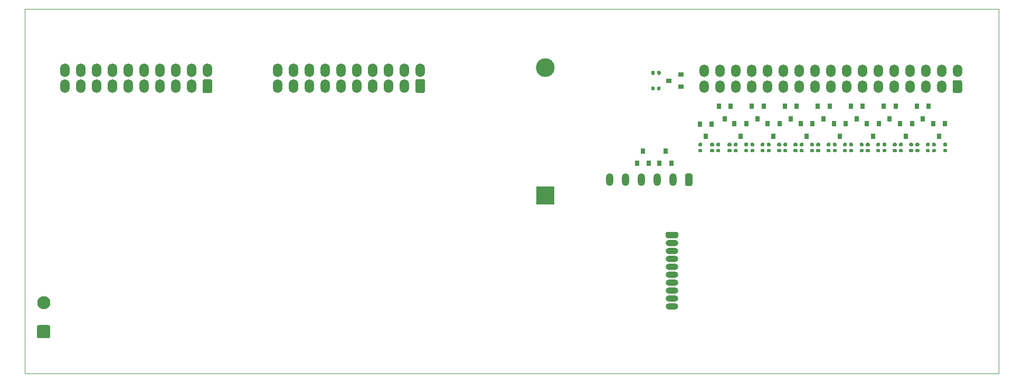
<source format=gbr>
%TF.GenerationSoftware,KiCad,Pcbnew,5.1.9-73d0e3b20d~88~ubuntu20.04.1*%
%TF.CreationDate,2021-03-03T11:33:07+04:00*%
%TF.ProjectId,main_board,6d61696e-5f62-46f6-9172-642e6b696361,rev?*%
%TF.SameCoordinates,Original*%
%TF.FileFunction,Soldermask,Bot*%
%TF.FilePolarity,Negative*%
%FSLAX46Y46*%
G04 Gerber Fmt 4.6, Leading zero omitted, Abs format (unit mm)*
G04 Created by KiCad (PCBNEW 5.1.9-73d0e3b20d~88~ubuntu20.04.1) date 2021-03-03 11:33:07*
%MOMM*%
%LPD*%
G01*
G04 APERTURE LIST*
%TA.AperFunction,Profile*%
%ADD10C,0.100000*%
%TD*%
%ADD11O,1.500000X2.000000*%
%ADD12O,2.000000X1.000000*%
%ADD13R,0.800000X0.900000*%
%ADD14R,0.900000X0.800000*%
%ADD15O,1.500000X2.200000*%
%ADD16O,1.200000X2.000000*%
%ADD17C,2.100000*%
%ADD18C,3.000000*%
%ADD19R,3.000000X3.000000*%
G04 APERTURE END LIST*
D10*
X210400000Y-29600000D02*
X54200000Y-29600000D01*
X210400000Y-29600000D02*
X210400000Y-88000000D01*
X210400000Y-88000000D02*
X54200000Y-88000000D01*
X54200000Y-29600000D02*
X54200000Y-88000000D01*
D11*
%TO.C,J8*%
X163160000Y-39460000D03*
X165700000Y-39460000D03*
X168240000Y-39460000D03*
X170780000Y-39460000D03*
X173320000Y-39460000D03*
X175860000Y-39460000D03*
X178400000Y-39460000D03*
X180940000Y-39460000D03*
X183480000Y-39460000D03*
X186020000Y-39460000D03*
X188560000Y-39460000D03*
X191100000Y-39460000D03*
X193640000Y-39460000D03*
X196180000Y-39460000D03*
X198720000Y-39460000D03*
X201260000Y-39460000D03*
X203800000Y-39460000D03*
X163160000Y-42000000D03*
X165700000Y-42000000D03*
X168240000Y-42000000D03*
X170780000Y-42000000D03*
X173320000Y-42000000D03*
X175860000Y-42000000D03*
X178400000Y-42000000D03*
X180940000Y-42000000D03*
X183480000Y-42000000D03*
X186020000Y-42000000D03*
X188560000Y-42000000D03*
X191100000Y-42000000D03*
X193640000Y-42000000D03*
X196180000Y-42000000D03*
X198720000Y-42000000D03*
X201260000Y-42000000D03*
G36*
G01*
X204329500Y-43000000D02*
X203270500Y-43000000D01*
G75*
G02*
X203050000Y-42779500I0J220500D01*
G01*
X203050000Y-41220500D01*
G75*
G02*
X203270500Y-41000000I220500J0D01*
G01*
X204329500Y-41000000D01*
G75*
G02*
X204550000Y-41220500I0J-220500D01*
G01*
X204550000Y-42779500D01*
G75*
G02*
X204329500Y-43000000I-220500J0D01*
G01*
G37*
%TD*%
D12*
%TO.C,J11*%
X158020000Y-77212000D03*
X158020000Y-75942000D03*
X158020000Y-74672000D03*
X158020000Y-73402000D03*
X158020000Y-72132000D03*
X158020000Y-70862000D03*
X158020000Y-69592000D03*
X158020000Y-68322000D03*
X158020000Y-67052000D03*
G36*
G01*
X157270000Y-65282000D02*
X158770000Y-65282000D01*
G75*
G02*
X159020000Y-65532000I0J-250000D01*
G01*
X159020000Y-66032000D01*
G75*
G02*
X158770000Y-66282000I-250000J0D01*
G01*
X157270000Y-66282000D01*
G75*
G02*
X157020000Y-66032000I0J250000D01*
G01*
X157020000Y-65532000D01*
G75*
G02*
X157270000Y-65282000I250000J0D01*
G01*
G37*
%TD*%
D13*
%TO.C,D23*%
X200880000Y-49940000D03*
X201830000Y-47940000D03*
X199930000Y-47940000D03*
%TD*%
%TO.C,D22*%
X198220000Y-47170000D03*
X199170000Y-45170000D03*
X197270000Y-45170000D03*
%TD*%
%TO.C,D21*%
X195566665Y-49940000D03*
X196516665Y-47940000D03*
X194616665Y-47940000D03*
%TD*%
%TO.C,D20*%
X192930000Y-47170000D03*
X193880000Y-45170000D03*
X191980000Y-45170000D03*
%TD*%
%TO.C,D19*%
X190253332Y-49940000D03*
X191203332Y-47940000D03*
X189303332Y-47940000D03*
%TD*%
%TO.C,D18*%
X187640000Y-47170000D03*
X188590000Y-45170000D03*
X186690000Y-45170000D03*
%TD*%
%TO.C,D17*%
X184939999Y-49940000D03*
X185889999Y-47940000D03*
X183989999Y-47940000D03*
%TD*%
%TO.C,D16*%
X182350000Y-47170000D03*
X183300000Y-45170000D03*
X181400000Y-45170000D03*
%TD*%
%TO.C,D15*%
X179626666Y-49940000D03*
X180576666Y-47940000D03*
X178676666Y-47940000D03*
%TD*%
%TO.C,D14*%
X177060000Y-47170000D03*
X178010000Y-45170000D03*
X176110000Y-45170000D03*
%TD*%
%TO.C,D13*%
X174313333Y-49940000D03*
X175263333Y-47940000D03*
X173363333Y-47940000D03*
%TD*%
%TO.C,D12*%
X171770000Y-47170000D03*
X172720000Y-45170000D03*
X170820000Y-45170000D03*
%TD*%
%TO.C,D11*%
X169000000Y-49940000D03*
X169950000Y-47940000D03*
X168050000Y-47940000D03*
%TD*%
%TO.C,D10*%
X166480000Y-47170000D03*
X167430000Y-45170000D03*
X165530000Y-45170000D03*
%TD*%
%TO.C,D9*%
X163420000Y-50010000D03*
X164370000Y-48010000D03*
X162470000Y-48010000D03*
%TD*%
D14*
%TO.C,D8*%
X157480000Y-41060000D03*
X159480000Y-42010000D03*
X159480000Y-40110000D03*
%TD*%
%TO.C,C55*%
G36*
G01*
X201660000Y-51980000D02*
X202000000Y-51980000D01*
G75*
G02*
X202140000Y-52120000I0J-140000D01*
G01*
X202140000Y-52400000D01*
G75*
G02*
X202000000Y-52540000I-140000J0D01*
G01*
X201660000Y-52540000D01*
G75*
G02*
X201520000Y-52400000I0J140000D01*
G01*
X201520000Y-52120000D01*
G75*
G02*
X201660000Y-51980000I140000J0D01*
G01*
G37*
G36*
G01*
X201660000Y-51020000D02*
X202000000Y-51020000D01*
G75*
G02*
X202140000Y-51160000I0J-140000D01*
G01*
X202140000Y-51440000D01*
G75*
G02*
X202000000Y-51580000I-140000J0D01*
G01*
X201660000Y-51580000D01*
G75*
G02*
X201520000Y-51440000I0J140000D01*
G01*
X201520000Y-51160000D01*
G75*
G02*
X201660000Y-51020000I140000J0D01*
G01*
G37*
%TD*%
%TO.C,C54*%
G36*
G01*
X199870000Y-51990000D02*
X200210000Y-51990000D01*
G75*
G02*
X200350000Y-52130000I0J-140000D01*
G01*
X200350000Y-52410000D01*
G75*
G02*
X200210000Y-52550000I-140000J0D01*
G01*
X199870000Y-52550000D01*
G75*
G02*
X199730000Y-52410000I0J140000D01*
G01*
X199730000Y-52130000D01*
G75*
G02*
X199870000Y-51990000I140000J0D01*
G01*
G37*
G36*
G01*
X199870000Y-51030000D02*
X200210000Y-51030000D01*
G75*
G02*
X200350000Y-51170000I0J-140000D01*
G01*
X200350000Y-51450000D01*
G75*
G02*
X200210000Y-51590000I-140000J0D01*
G01*
X199870000Y-51590000D01*
G75*
G02*
X199730000Y-51450000I0J140000D01*
G01*
X199730000Y-51170000D01*
G75*
G02*
X199870000Y-51030000I140000J0D01*
G01*
G37*
%TD*%
%TO.C,C53*%
G36*
G01*
X198890000Y-51990000D02*
X199230000Y-51990000D01*
G75*
G02*
X199370000Y-52130000I0J-140000D01*
G01*
X199370000Y-52410000D01*
G75*
G02*
X199230000Y-52550000I-140000J0D01*
G01*
X198890000Y-52550000D01*
G75*
G02*
X198750000Y-52410000I0J140000D01*
G01*
X198750000Y-52130000D01*
G75*
G02*
X198890000Y-51990000I140000J0D01*
G01*
G37*
G36*
G01*
X198890000Y-51030000D02*
X199230000Y-51030000D01*
G75*
G02*
X199370000Y-51170000I0J-140000D01*
G01*
X199370000Y-51450000D01*
G75*
G02*
X199230000Y-51590000I-140000J0D01*
G01*
X198890000Y-51590000D01*
G75*
G02*
X198750000Y-51450000I0J140000D01*
G01*
X198750000Y-51170000D01*
G75*
G02*
X198890000Y-51030000I140000J0D01*
G01*
G37*
%TD*%
%TO.C,C52*%
G36*
G01*
X197210000Y-51990000D02*
X197550000Y-51990000D01*
G75*
G02*
X197690000Y-52130000I0J-140000D01*
G01*
X197690000Y-52410000D01*
G75*
G02*
X197550000Y-52550000I-140000J0D01*
G01*
X197210000Y-52550000D01*
G75*
G02*
X197070000Y-52410000I0J140000D01*
G01*
X197070000Y-52130000D01*
G75*
G02*
X197210000Y-51990000I140000J0D01*
G01*
G37*
G36*
G01*
X197210000Y-51030000D02*
X197550000Y-51030000D01*
G75*
G02*
X197690000Y-51170000I0J-140000D01*
G01*
X197690000Y-51450000D01*
G75*
G02*
X197550000Y-51590000I-140000J0D01*
G01*
X197210000Y-51590000D01*
G75*
G02*
X197070000Y-51450000I0J140000D01*
G01*
X197070000Y-51170000D01*
G75*
G02*
X197210000Y-51030000I140000J0D01*
G01*
G37*
%TD*%
%TO.C,C51*%
G36*
G01*
X196220000Y-51990000D02*
X196560000Y-51990000D01*
G75*
G02*
X196700000Y-52130000I0J-140000D01*
G01*
X196700000Y-52410000D01*
G75*
G02*
X196560000Y-52550000I-140000J0D01*
G01*
X196220000Y-52550000D01*
G75*
G02*
X196080000Y-52410000I0J140000D01*
G01*
X196080000Y-52130000D01*
G75*
G02*
X196220000Y-51990000I140000J0D01*
G01*
G37*
G36*
G01*
X196220000Y-51030000D02*
X196560000Y-51030000D01*
G75*
G02*
X196700000Y-51170000I0J-140000D01*
G01*
X196700000Y-51450000D01*
G75*
G02*
X196560000Y-51590000I-140000J0D01*
G01*
X196220000Y-51590000D01*
G75*
G02*
X196080000Y-51450000I0J140000D01*
G01*
X196080000Y-51170000D01*
G75*
G02*
X196220000Y-51030000I140000J0D01*
G01*
G37*
%TD*%
%TO.C,C50*%
G36*
G01*
X194580000Y-51990000D02*
X194920000Y-51990000D01*
G75*
G02*
X195060000Y-52130000I0J-140000D01*
G01*
X195060000Y-52410000D01*
G75*
G02*
X194920000Y-52550000I-140000J0D01*
G01*
X194580000Y-52550000D01*
G75*
G02*
X194440000Y-52410000I0J140000D01*
G01*
X194440000Y-52130000D01*
G75*
G02*
X194580000Y-51990000I140000J0D01*
G01*
G37*
G36*
G01*
X194580000Y-51030000D02*
X194920000Y-51030000D01*
G75*
G02*
X195060000Y-51170000I0J-140000D01*
G01*
X195060000Y-51450000D01*
G75*
G02*
X194920000Y-51590000I-140000J0D01*
G01*
X194580000Y-51590000D01*
G75*
G02*
X194440000Y-51450000I0J140000D01*
G01*
X194440000Y-51170000D01*
G75*
G02*
X194580000Y-51030000I140000J0D01*
G01*
G37*
%TD*%
%TO.C,C49*%
G36*
G01*
X193590000Y-51990000D02*
X193930000Y-51990000D01*
G75*
G02*
X194070000Y-52130000I0J-140000D01*
G01*
X194070000Y-52410000D01*
G75*
G02*
X193930000Y-52550000I-140000J0D01*
G01*
X193590000Y-52550000D01*
G75*
G02*
X193450000Y-52410000I0J140000D01*
G01*
X193450000Y-52130000D01*
G75*
G02*
X193590000Y-51990000I140000J0D01*
G01*
G37*
G36*
G01*
X193590000Y-51030000D02*
X193930000Y-51030000D01*
G75*
G02*
X194070000Y-51170000I0J-140000D01*
G01*
X194070000Y-51450000D01*
G75*
G02*
X193930000Y-51590000I-140000J0D01*
G01*
X193590000Y-51590000D01*
G75*
G02*
X193450000Y-51450000I0J140000D01*
G01*
X193450000Y-51170000D01*
G75*
G02*
X193590000Y-51030000I140000J0D01*
G01*
G37*
%TD*%
%TO.C,C48*%
G36*
G01*
X191930000Y-51990000D02*
X192270000Y-51990000D01*
G75*
G02*
X192410000Y-52130000I0J-140000D01*
G01*
X192410000Y-52410000D01*
G75*
G02*
X192270000Y-52550000I-140000J0D01*
G01*
X191930000Y-52550000D01*
G75*
G02*
X191790000Y-52410000I0J140000D01*
G01*
X191790000Y-52130000D01*
G75*
G02*
X191930000Y-51990000I140000J0D01*
G01*
G37*
G36*
G01*
X191930000Y-51030000D02*
X192270000Y-51030000D01*
G75*
G02*
X192410000Y-51170000I0J-140000D01*
G01*
X192410000Y-51450000D01*
G75*
G02*
X192270000Y-51590000I-140000J0D01*
G01*
X191930000Y-51590000D01*
G75*
G02*
X191790000Y-51450000I0J140000D01*
G01*
X191790000Y-51170000D01*
G75*
G02*
X191930000Y-51030000I140000J0D01*
G01*
G37*
%TD*%
%TO.C,C47*%
G36*
G01*
X190940000Y-51990000D02*
X191280000Y-51990000D01*
G75*
G02*
X191420000Y-52130000I0J-140000D01*
G01*
X191420000Y-52410000D01*
G75*
G02*
X191280000Y-52550000I-140000J0D01*
G01*
X190940000Y-52550000D01*
G75*
G02*
X190800000Y-52410000I0J140000D01*
G01*
X190800000Y-52130000D01*
G75*
G02*
X190940000Y-51990000I140000J0D01*
G01*
G37*
G36*
G01*
X190940000Y-51030000D02*
X191280000Y-51030000D01*
G75*
G02*
X191420000Y-51170000I0J-140000D01*
G01*
X191420000Y-51450000D01*
G75*
G02*
X191280000Y-51590000I-140000J0D01*
G01*
X190940000Y-51590000D01*
G75*
G02*
X190800000Y-51450000I0J140000D01*
G01*
X190800000Y-51170000D01*
G75*
G02*
X190940000Y-51030000I140000J0D01*
G01*
G37*
%TD*%
%TO.C,C46*%
G36*
G01*
X189260000Y-51990000D02*
X189600000Y-51990000D01*
G75*
G02*
X189740000Y-52130000I0J-140000D01*
G01*
X189740000Y-52410000D01*
G75*
G02*
X189600000Y-52550000I-140000J0D01*
G01*
X189260000Y-52550000D01*
G75*
G02*
X189120000Y-52410000I0J140000D01*
G01*
X189120000Y-52130000D01*
G75*
G02*
X189260000Y-51990000I140000J0D01*
G01*
G37*
G36*
G01*
X189260000Y-51030000D02*
X189600000Y-51030000D01*
G75*
G02*
X189740000Y-51170000I0J-140000D01*
G01*
X189740000Y-51450000D01*
G75*
G02*
X189600000Y-51590000I-140000J0D01*
G01*
X189260000Y-51590000D01*
G75*
G02*
X189120000Y-51450000I0J140000D01*
G01*
X189120000Y-51170000D01*
G75*
G02*
X189260000Y-51030000I140000J0D01*
G01*
G37*
%TD*%
%TO.C,C45*%
G36*
G01*
X188280000Y-51990000D02*
X188620000Y-51990000D01*
G75*
G02*
X188760000Y-52130000I0J-140000D01*
G01*
X188760000Y-52410000D01*
G75*
G02*
X188620000Y-52550000I-140000J0D01*
G01*
X188280000Y-52550000D01*
G75*
G02*
X188140000Y-52410000I0J140000D01*
G01*
X188140000Y-52130000D01*
G75*
G02*
X188280000Y-51990000I140000J0D01*
G01*
G37*
G36*
G01*
X188280000Y-51030000D02*
X188620000Y-51030000D01*
G75*
G02*
X188760000Y-51170000I0J-140000D01*
G01*
X188760000Y-51450000D01*
G75*
G02*
X188620000Y-51590000I-140000J0D01*
G01*
X188280000Y-51590000D01*
G75*
G02*
X188140000Y-51450000I0J140000D01*
G01*
X188140000Y-51170000D01*
G75*
G02*
X188280000Y-51030000I140000J0D01*
G01*
G37*
%TD*%
%TO.C,C44*%
G36*
G01*
X186590000Y-51990000D02*
X186930000Y-51990000D01*
G75*
G02*
X187070000Y-52130000I0J-140000D01*
G01*
X187070000Y-52410000D01*
G75*
G02*
X186930000Y-52550000I-140000J0D01*
G01*
X186590000Y-52550000D01*
G75*
G02*
X186450000Y-52410000I0J140000D01*
G01*
X186450000Y-52130000D01*
G75*
G02*
X186590000Y-51990000I140000J0D01*
G01*
G37*
G36*
G01*
X186590000Y-51030000D02*
X186930000Y-51030000D01*
G75*
G02*
X187070000Y-51170000I0J-140000D01*
G01*
X187070000Y-51450000D01*
G75*
G02*
X186930000Y-51590000I-140000J0D01*
G01*
X186590000Y-51590000D01*
G75*
G02*
X186450000Y-51450000I0J140000D01*
G01*
X186450000Y-51170000D01*
G75*
G02*
X186590000Y-51030000I140000J0D01*
G01*
G37*
%TD*%
%TO.C,C43*%
G36*
G01*
X185600000Y-51990000D02*
X185940000Y-51990000D01*
G75*
G02*
X186080000Y-52130000I0J-140000D01*
G01*
X186080000Y-52410000D01*
G75*
G02*
X185940000Y-52550000I-140000J0D01*
G01*
X185600000Y-52550000D01*
G75*
G02*
X185460000Y-52410000I0J140000D01*
G01*
X185460000Y-52130000D01*
G75*
G02*
X185600000Y-51990000I140000J0D01*
G01*
G37*
G36*
G01*
X185600000Y-51030000D02*
X185940000Y-51030000D01*
G75*
G02*
X186080000Y-51170000I0J-140000D01*
G01*
X186080000Y-51450000D01*
G75*
G02*
X185940000Y-51590000I-140000J0D01*
G01*
X185600000Y-51590000D01*
G75*
G02*
X185460000Y-51450000I0J140000D01*
G01*
X185460000Y-51170000D01*
G75*
G02*
X185600000Y-51030000I140000J0D01*
G01*
G37*
%TD*%
%TO.C,C42*%
G36*
G01*
X183970000Y-51990000D02*
X184310000Y-51990000D01*
G75*
G02*
X184450000Y-52130000I0J-140000D01*
G01*
X184450000Y-52410000D01*
G75*
G02*
X184310000Y-52550000I-140000J0D01*
G01*
X183970000Y-52550000D01*
G75*
G02*
X183830000Y-52410000I0J140000D01*
G01*
X183830000Y-52130000D01*
G75*
G02*
X183970000Y-51990000I140000J0D01*
G01*
G37*
G36*
G01*
X183970000Y-51030000D02*
X184310000Y-51030000D01*
G75*
G02*
X184450000Y-51170000I0J-140000D01*
G01*
X184450000Y-51450000D01*
G75*
G02*
X184310000Y-51590000I-140000J0D01*
G01*
X183970000Y-51590000D01*
G75*
G02*
X183830000Y-51450000I0J140000D01*
G01*
X183830000Y-51170000D01*
G75*
G02*
X183970000Y-51030000I140000J0D01*
G01*
G37*
%TD*%
%TO.C,C41*%
G36*
G01*
X182980000Y-51990000D02*
X183320000Y-51990000D01*
G75*
G02*
X183460000Y-52130000I0J-140000D01*
G01*
X183460000Y-52410000D01*
G75*
G02*
X183320000Y-52550000I-140000J0D01*
G01*
X182980000Y-52550000D01*
G75*
G02*
X182840000Y-52410000I0J140000D01*
G01*
X182840000Y-52130000D01*
G75*
G02*
X182980000Y-51990000I140000J0D01*
G01*
G37*
G36*
G01*
X182980000Y-51030000D02*
X183320000Y-51030000D01*
G75*
G02*
X183460000Y-51170000I0J-140000D01*
G01*
X183460000Y-51450000D01*
G75*
G02*
X183320000Y-51590000I-140000J0D01*
G01*
X182980000Y-51590000D01*
G75*
G02*
X182840000Y-51450000I0J140000D01*
G01*
X182840000Y-51170000D01*
G75*
G02*
X182980000Y-51030000I140000J0D01*
G01*
G37*
%TD*%
%TO.C,C40*%
G36*
G01*
X181310000Y-51990000D02*
X181650000Y-51990000D01*
G75*
G02*
X181790000Y-52130000I0J-140000D01*
G01*
X181790000Y-52410000D01*
G75*
G02*
X181650000Y-52550000I-140000J0D01*
G01*
X181310000Y-52550000D01*
G75*
G02*
X181170000Y-52410000I0J140000D01*
G01*
X181170000Y-52130000D01*
G75*
G02*
X181310000Y-51990000I140000J0D01*
G01*
G37*
G36*
G01*
X181310000Y-51030000D02*
X181650000Y-51030000D01*
G75*
G02*
X181790000Y-51170000I0J-140000D01*
G01*
X181790000Y-51450000D01*
G75*
G02*
X181650000Y-51590000I-140000J0D01*
G01*
X181310000Y-51590000D01*
G75*
G02*
X181170000Y-51450000I0J140000D01*
G01*
X181170000Y-51170000D01*
G75*
G02*
X181310000Y-51030000I140000J0D01*
G01*
G37*
%TD*%
%TO.C,C39*%
G36*
G01*
X180310000Y-51990000D02*
X180650000Y-51990000D01*
G75*
G02*
X180790000Y-52130000I0J-140000D01*
G01*
X180790000Y-52410000D01*
G75*
G02*
X180650000Y-52550000I-140000J0D01*
G01*
X180310000Y-52550000D01*
G75*
G02*
X180170000Y-52410000I0J140000D01*
G01*
X180170000Y-52130000D01*
G75*
G02*
X180310000Y-51990000I140000J0D01*
G01*
G37*
G36*
G01*
X180310000Y-51030000D02*
X180650000Y-51030000D01*
G75*
G02*
X180790000Y-51170000I0J-140000D01*
G01*
X180790000Y-51450000D01*
G75*
G02*
X180650000Y-51590000I-140000J0D01*
G01*
X180310000Y-51590000D01*
G75*
G02*
X180170000Y-51450000I0J140000D01*
G01*
X180170000Y-51170000D01*
G75*
G02*
X180310000Y-51030000I140000J0D01*
G01*
G37*
%TD*%
%TO.C,C38*%
G36*
G01*
X178660000Y-51990000D02*
X179000000Y-51990000D01*
G75*
G02*
X179140000Y-52130000I0J-140000D01*
G01*
X179140000Y-52410000D01*
G75*
G02*
X179000000Y-52550000I-140000J0D01*
G01*
X178660000Y-52550000D01*
G75*
G02*
X178520000Y-52410000I0J140000D01*
G01*
X178520000Y-52130000D01*
G75*
G02*
X178660000Y-51990000I140000J0D01*
G01*
G37*
G36*
G01*
X178660000Y-51030000D02*
X179000000Y-51030000D01*
G75*
G02*
X179140000Y-51170000I0J-140000D01*
G01*
X179140000Y-51450000D01*
G75*
G02*
X179000000Y-51590000I-140000J0D01*
G01*
X178660000Y-51590000D01*
G75*
G02*
X178520000Y-51450000I0J140000D01*
G01*
X178520000Y-51170000D01*
G75*
G02*
X178660000Y-51030000I140000J0D01*
G01*
G37*
%TD*%
%TO.C,C37*%
G36*
G01*
X177670000Y-51990000D02*
X178010000Y-51990000D01*
G75*
G02*
X178150000Y-52130000I0J-140000D01*
G01*
X178150000Y-52410000D01*
G75*
G02*
X178010000Y-52550000I-140000J0D01*
G01*
X177670000Y-52550000D01*
G75*
G02*
X177530000Y-52410000I0J140000D01*
G01*
X177530000Y-52130000D01*
G75*
G02*
X177670000Y-51990000I140000J0D01*
G01*
G37*
G36*
G01*
X177670000Y-51030000D02*
X178010000Y-51030000D01*
G75*
G02*
X178150000Y-51170000I0J-140000D01*
G01*
X178150000Y-51450000D01*
G75*
G02*
X178010000Y-51590000I-140000J0D01*
G01*
X177670000Y-51590000D01*
G75*
G02*
X177530000Y-51450000I0J140000D01*
G01*
X177530000Y-51170000D01*
G75*
G02*
X177670000Y-51030000I140000J0D01*
G01*
G37*
%TD*%
%TO.C,C36*%
G36*
G01*
X176030000Y-51990000D02*
X176370000Y-51990000D01*
G75*
G02*
X176510000Y-52130000I0J-140000D01*
G01*
X176510000Y-52410000D01*
G75*
G02*
X176370000Y-52550000I-140000J0D01*
G01*
X176030000Y-52550000D01*
G75*
G02*
X175890000Y-52410000I0J140000D01*
G01*
X175890000Y-52130000D01*
G75*
G02*
X176030000Y-51990000I140000J0D01*
G01*
G37*
G36*
G01*
X176030000Y-51030000D02*
X176370000Y-51030000D01*
G75*
G02*
X176510000Y-51170000I0J-140000D01*
G01*
X176510000Y-51450000D01*
G75*
G02*
X176370000Y-51590000I-140000J0D01*
G01*
X176030000Y-51590000D01*
G75*
G02*
X175890000Y-51450000I0J140000D01*
G01*
X175890000Y-51170000D01*
G75*
G02*
X176030000Y-51030000I140000J0D01*
G01*
G37*
%TD*%
%TO.C,C35*%
G36*
G01*
X175040000Y-51990000D02*
X175380000Y-51990000D01*
G75*
G02*
X175520000Y-52130000I0J-140000D01*
G01*
X175520000Y-52410000D01*
G75*
G02*
X175380000Y-52550000I-140000J0D01*
G01*
X175040000Y-52550000D01*
G75*
G02*
X174900000Y-52410000I0J140000D01*
G01*
X174900000Y-52130000D01*
G75*
G02*
X175040000Y-51990000I140000J0D01*
G01*
G37*
G36*
G01*
X175040000Y-51030000D02*
X175380000Y-51030000D01*
G75*
G02*
X175520000Y-51170000I0J-140000D01*
G01*
X175520000Y-51450000D01*
G75*
G02*
X175380000Y-51590000I-140000J0D01*
G01*
X175040000Y-51590000D01*
G75*
G02*
X174900000Y-51450000I0J140000D01*
G01*
X174900000Y-51170000D01*
G75*
G02*
X175040000Y-51030000I140000J0D01*
G01*
G37*
%TD*%
%TO.C,C34*%
G36*
G01*
X173370000Y-51990000D02*
X173710000Y-51990000D01*
G75*
G02*
X173850000Y-52130000I0J-140000D01*
G01*
X173850000Y-52410000D01*
G75*
G02*
X173710000Y-52550000I-140000J0D01*
G01*
X173370000Y-52550000D01*
G75*
G02*
X173230000Y-52410000I0J140000D01*
G01*
X173230000Y-52130000D01*
G75*
G02*
X173370000Y-51990000I140000J0D01*
G01*
G37*
G36*
G01*
X173370000Y-51030000D02*
X173710000Y-51030000D01*
G75*
G02*
X173850000Y-51170000I0J-140000D01*
G01*
X173850000Y-51450000D01*
G75*
G02*
X173710000Y-51590000I-140000J0D01*
G01*
X173370000Y-51590000D01*
G75*
G02*
X173230000Y-51450000I0J140000D01*
G01*
X173230000Y-51170000D01*
G75*
G02*
X173370000Y-51030000I140000J0D01*
G01*
G37*
%TD*%
%TO.C,C33*%
G36*
G01*
X172380000Y-51990000D02*
X172720000Y-51990000D01*
G75*
G02*
X172860000Y-52130000I0J-140000D01*
G01*
X172860000Y-52410000D01*
G75*
G02*
X172720000Y-52550000I-140000J0D01*
G01*
X172380000Y-52550000D01*
G75*
G02*
X172240000Y-52410000I0J140000D01*
G01*
X172240000Y-52130000D01*
G75*
G02*
X172380000Y-51990000I140000J0D01*
G01*
G37*
G36*
G01*
X172380000Y-51030000D02*
X172720000Y-51030000D01*
G75*
G02*
X172860000Y-51170000I0J-140000D01*
G01*
X172860000Y-51450000D01*
G75*
G02*
X172720000Y-51590000I-140000J0D01*
G01*
X172380000Y-51590000D01*
G75*
G02*
X172240000Y-51450000I0J140000D01*
G01*
X172240000Y-51170000D01*
G75*
G02*
X172380000Y-51030000I140000J0D01*
G01*
G37*
%TD*%
%TO.C,C32*%
G36*
G01*
X170740000Y-51990000D02*
X171080000Y-51990000D01*
G75*
G02*
X171220000Y-52130000I0J-140000D01*
G01*
X171220000Y-52410000D01*
G75*
G02*
X171080000Y-52550000I-140000J0D01*
G01*
X170740000Y-52550000D01*
G75*
G02*
X170600000Y-52410000I0J140000D01*
G01*
X170600000Y-52130000D01*
G75*
G02*
X170740000Y-51990000I140000J0D01*
G01*
G37*
G36*
G01*
X170740000Y-51030000D02*
X171080000Y-51030000D01*
G75*
G02*
X171220000Y-51170000I0J-140000D01*
G01*
X171220000Y-51450000D01*
G75*
G02*
X171080000Y-51590000I-140000J0D01*
G01*
X170740000Y-51590000D01*
G75*
G02*
X170600000Y-51450000I0J140000D01*
G01*
X170600000Y-51170000D01*
G75*
G02*
X170740000Y-51030000I140000J0D01*
G01*
G37*
%TD*%
%TO.C,C31*%
G36*
G01*
X169750000Y-51990000D02*
X170090000Y-51990000D01*
G75*
G02*
X170230000Y-52130000I0J-140000D01*
G01*
X170230000Y-52410000D01*
G75*
G02*
X170090000Y-52550000I-140000J0D01*
G01*
X169750000Y-52550000D01*
G75*
G02*
X169610000Y-52410000I0J140000D01*
G01*
X169610000Y-52130000D01*
G75*
G02*
X169750000Y-51990000I140000J0D01*
G01*
G37*
G36*
G01*
X169750000Y-51030000D02*
X170090000Y-51030000D01*
G75*
G02*
X170230000Y-51170000I0J-140000D01*
G01*
X170230000Y-51450000D01*
G75*
G02*
X170090000Y-51590000I-140000J0D01*
G01*
X169750000Y-51590000D01*
G75*
G02*
X169610000Y-51450000I0J140000D01*
G01*
X169610000Y-51170000D01*
G75*
G02*
X169750000Y-51030000I140000J0D01*
G01*
G37*
%TD*%
%TO.C,C30*%
G36*
G01*
X168070000Y-51990000D02*
X168410000Y-51990000D01*
G75*
G02*
X168550000Y-52130000I0J-140000D01*
G01*
X168550000Y-52410000D01*
G75*
G02*
X168410000Y-52550000I-140000J0D01*
G01*
X168070000Y-52550000D01*
G75*
G02*
X167930000Y-52410000I0J140000D01*
G01*
X167930000Y-52130000D01*
G75*
G02*
X168070000Y-51990000I140000J0D01*
G01*
G37*
G36*
G01*
X168070000Y-51030000D02*
X168410000Y-51030000D01*
G75*
G02*
X168550000Y-51170000I0J-140000D01*
G01*
X168550000Y-51450000D01*
G75*
G02*
X168410000Y-51590000I-140000J0D01*
G01*
X168070000Y-51590000D01*
G75*
G02*
X167930000Y-51450000I0J140000D01*
G01*
X167930000Y-51170000D01*
G75*
G02*
X168070000Y-51030000I140000J0D01*
G01*
G37*
%TD*%
%TO.C,C29*%
G36*
G01*
X167080000Y-51990000D02*
X167420000Y-51990000D01*
G75*
G02*
X167560000Y-52130000I0J-140000D01*
G01*
X167560000Y-52410000D01*
G75*
G02*
X167420000Y-52550000I-140000J0D01*
G01*
X167080000Y-52550000D01*
G75*
G02*
X166940000Y-52410000I0J140000D01*
G01*
X166940000Y-52130000D01*
G75*
G02*
X167080000Y-51990000I140000J0D01*
G01*
G37*
G36*
G01*
X167080000Y-51030000D02*
X167420000Y-51030000D01*
G75*
G02*
X167560000Y-51170000I0J-140000D01*
G01*
X167560000Y-51450000D01*
G75*
G02*
X167420000Y-51590000I-140000J0D01*
G01*
X167080000Y-51590000D01*
G75*
G02*
X166940000Y-51450000I0J140000D01*
G01*
X166940000Y-51170000D01*
G75*
G02*
X167080000Y-51030000I140000J0D01*
G01*
G37*
%TD*%
%TO.C,C28*%
G36*
G01*
X165280000Y-51990000D02*
X165620000Y-51990000D01*
G75*
G02*
X165760000Y-52130000I0J-140000D01*
G01*
X165760000Y-52410000D01*
G75*
G02*
X165620000Y-52550000I-140000J0D01*
G01*
X165280000Y-52550000D01*
G75*
G02*
X165140000Y-52410000I0J140000D01*
G01*
X165140000Y-52130000D01*
G75*
G02*
X165280000Y-51990000I140000J0D01*
G01*
G37*
G36*
G01*
X165280000Y-51030000D02*
X165620000Y-51030000D01*
G75*
G02*
X165760000Y-51170000I0J-140000D01*
G01*
X165760000Y-51450000D01*
G75*
G02*
X165620000Y-51590000I-140000J0D01*
G01*
X165280000Y-51590000D01*
G75*
G02*
X165140000Y-51450000I0J140000D01*
G01*
X165140000Y-51170000D01*
G75*
G02*
X165280000Y-51030000I140000J0D01*
G01*
G37*
%TD*%
%TO.C,C27*%
G36*
G01*
X164290000Y-51990000D02*
X164630000Y-51990000D01*
G75*
G02*
X164770000Y-52130000I0J-140000D01*
G01*
X164770000Y-52410000D01*
G75*
G02*
X164630000Y-52550000I-140000J0D01*
G01*
X164290000Y-52550000D01*
G75*
G02*
X164150000Y-52410000I0J140000D01*
G01*
X164150000Y-52130000D01*
G75*
G02*
X164290000Y-51990000I140000J0D01*
G01*
G37*
G36*
G01*
X164290000Y-51030000D02*
X164630000Y-51030000D01*
G75*
G02*
X164770000Y-51170000I0J-140000D01*
G01*
X164770000Y-51450000D01*
G75*
G02*
X164630000Y-51590000I-140000J0D01*
G01*
X164290000Y-51590000D01*
G75*
G02*
X164150000Y-51450000I0J140000D01*
G01*
X164150000Y-51170000D01*
G75*
G02*
X164290000Y-51030000I140000J0D01*
G01*
G37*
%TD*%
%TO.C,C26*%
G36*
G01*
X162390000Y-51990000D02*
X162730000Y-51990000D01*
G75*
G02*
X162870000Y-52130000I0J-140000D01*
G01*
X162870000Y-52410000D01*
G75*
G02*
X162730000Y-52550000I-140000J0D01*
G01*
X162390000Y-52550000D01*
G75*
G02*
X162250000Y-52410000I0J140000D01*
G01*
X162250000Y-52130000D01*
G75*
G02*
X162390000Y-51990000I140000J0D01*
G01*
G37*
G36*
G01*
X162390000Y-51030000D02*
X162730000Y-51030000D01*
G75*
G02*
X162870000Y-51170000I0J-140000D01*
G01*
X162870000Y-51450000D01*
G75*
G02*
X162730000Y-51590000I-140000J0D01*
G01*
X162390000Y-51590000D01*
G75*
G02*
X162250000Y-51450000I0J140000D01*
G01*
X162250000Y-51170000D01*
G75*
G02*
X162390000Y-51030000I140000J0D01*
G01*
G37*
%TD*%
%TO.C,C25*%
G36*
G01*
X155240000Y-42120000D02*
X155240000Y-42460000D01*
G75*
G02*
X155100000Y-42600000I-140000J0D01*
G01*
X154820000Y-42600000D01*
G75*
G02*
X154680000Y-42460000I0J140000D01*
G01*
X154680000Y-42120000D01*
G75*
G02*
X154820000Y-41980000I140000J0D01*
G01*
X155100000Y-41980000D01*
G75*
G02*
X155240000Y-42120000I0J-140000D01*
G01*
G37*
G36*
G01*
X156200000Y-42120000D02*
X156200000Y-42460000D01*
G75*
G02*
X156060000Y-42600000I-140000J0D01*
G01*
X155780000Y-42600000D01*
G75*
G02*
X155640000Y-42460000I0J140000D01*
G01*
X155640000Y-42120000D01*
G75*
G02*
X155780000Y-41980000I140000J0D01*
G01*
X156060000Y-41980000D01*
G75*
G02*
X156200000Y-42120000I0J-140000D01*
G01*
G37*
%TD*%
%TO.C,C24*%
G36*
G01*
X155250000Y-39640000D02*
X155250000Y-39980000D01*
G75*
G02*
X155110000Y-40120000I-140000J0D01*
G01*
X154830000Y-40120000D01*
G75*
G02*
X154690000Y-39980000I0J140000D01*
G01*
X154690000Y-39640000D01*
G75*
G02*
X154830000Y-39500000I140000J0D01*
G01*
X155110000Y-39500000D01*
G75*
G02*
X155250000Y-39640000I0J-140000D01*
G01*
G37*
G36*
G01*
X156210000Y-39640000D02*
X156210000Y-39980000D01*
G75*
G02*
X156070000Y-40120000I-140000J0D01*
G01*
X155790000Y-40120000D01*
G75*
G02*
X155650000Y-39980000I0J140000D01*
G01*
X155650000Y-39640000D01*
G75*
G02*
X155790000Y-39500000I140000J0D01*
G01*
X156070000Y-39500000D01*
G75*
G02*
X156210000Y-39640000I0J-140000D01*
G01*
G37*
%TD*%
%TO.C,J2*%
G36*
G01*
X118179500Y-43000000D02*
X117120500Y-43000000D01*
G75*
G02*
X116900000Y-42779500I0J220500D01*
G01*
X116900000Y-41020500D01*
G75*
G02*
X117120500Y-40800000I220500J0D01*
G01*
X118179500Y-40800000D01*
G75*
G02*
X118400000Y-41020500I0J-220500D01*
G01*
X118400000Y-42779500D01*
G75*
G02*
X118179500Y-43000000I-220500J0D01*
G01*
G37*
D15*
X115110000Y-41900000D03*
X112570000Y-41900000D03*
X110030000Y-41900000D03*
X107490000Y-41900000D03*
X104950000Y-41900000D03*
X102410000Y-41900000D03*
X99870000Y-41900000D03*
X97330000Y-41900000D03*
X94790000Y-41900000D03*
X117650000Y-39360000D03*
X115110000Y-39360000D03*
X112570000Y-39360000D03*
X110030000Y-39360000D03*
X107490000Y-39360000D03*
X104950000Y-39360000D03*
X102410000Y-39360000D03*
X99870000Y-39360000D03*
X97330000Y-39360000D03*
X94790000Y-39360000D03*
%TD*%
%TO.C,J3*%
X60640000Y-39410000D03*
X63180000Y-39410000D03*
X65720000Y-39410000D03*
X68260000Y-39410000D03*
X70800000Y-39410000D03*
X73340000Y-39410000D03*
X75880000Y-39410000D03*
X78420000Y-39410000D03*
X80960000Y-39410000D03*
X83500000Y-39410000D03*
X60640000Y-41950000D03*
X63180000Y-41950000D03*
X65720000Y-41950000D03*
X68260000Y-41950000D03*
X70800000Y-41950000D03*
X73340000Y-41950000D03*
X75880000Y-41950000D03*
X78420000Y-41950000D03*
X80960000Y-41950000D03*
G36*
G01*
X84029500Y-43050000D02*
X82970500Y-43050000D01*
G75*
G02*
X82750000Y-42829500I0J220500D01*
G01*
X82750000Y-41070500D01*
G75*
G02*
X82970500Y-40850000I220500J0D01*
G01*
X84029500Y-40850000D01*
G75*
G02*
X84250000Y-41070500I0J-220500D01*
G01*
X84250000Y-42829500D01*
G75*
G02*
X84029500Y-43050000I-220500J0D01*
G01*
G37*
%TD*%
D16*
%TO.C,J1*%
X148010000Y-56940000D03*
X150550000Y-56940000D03*
X153090000Y-56940000D03*
X155630000Y-56940000D03*
X158170000Y-56940000D03*
G36*
G01*
X161310000Y-56240000D02*
X161310000Y-57640000D01*
G75*
G02*
X161010000Y-57940000I-300000J0D01*
G01*
X160410000Y-57940000D01*
G75*
G02*
X160110000Y-57640000I0J300000D01*
G01*
X160110000Y-56240000D01*
G75*
G02*
X160410000Y-55940000I300000J0D01*
G01*
X161010000Y-55940000D01*
G75*
G02*
X161310000Y-56240000I0J-300000D01*
G01*
G37*
%TD*%
%TO.C,J9*%
G36*
G01*
X58030001Y-82330000D02*
X56429999Y-82330000D01*
G75*
G02*
X56180000Y-82080001I0J249999D01*
G01*
X56180000Y-80479999D01*
G75*
G02*
X56429999Y-80230000I249999J0D01*
G01*
X58030001Y-80230000D01*
G75*
G02*
X58280000Y-80479999I0J-249999D01*
G01*
X58280000Y-82080001D01*
G75*
G02*
X58030001Y-82330000I-249999J0D01*
G01*
G37*
D17*
X57230000Y-76680000D03*
%TD*%
D13*
%TO.C,D4*%
X153380000Y-52320000D03*
X152430000Y-54320000D03*
X154330000Y-54320000D03*
%TD*%
D18*
%TO.C,BT1*%
X137680000Y-38970000D03*
D19*
X137680000Y-59460000D03*
%TD*%
D13*
%TO.C,D5*%
X156970000Y-52310000D03*
X156020000Y-54310000D03*
X157920000Y-54310000D03*
%TD*%
M02*

</source>
